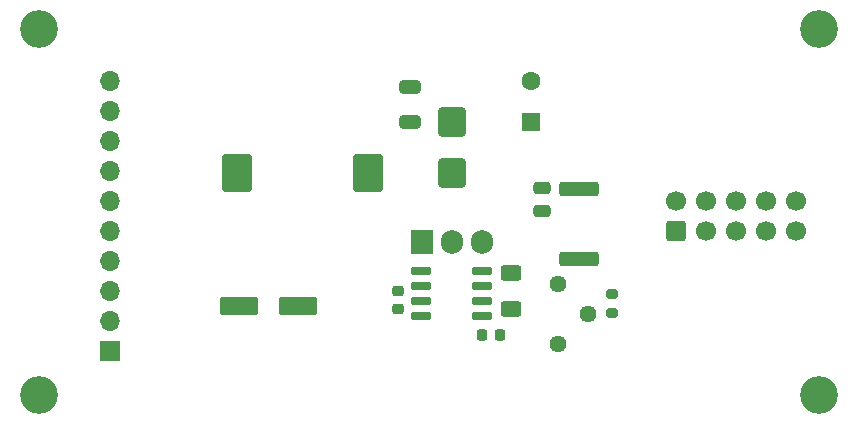
<source format=gbr>
%TF.GenerationSoftware,KiCad,Pcbnew,8.0.2*%
%TF.CreationDate,2024-05-29T18:10:03+12:00*%
%TF.ProjectId,power_supply,706f7765-725f-4737-9570-706c792e6b69,0.1.0*%
%TF.SameCoordinates,Original*%
%TF.FileFunction,Soldermask,Top*%
%TF.FilePolarity,Negative*%
%FSLAX46Y46*%
G04 Gerber Fmt 4.6, Leading zero omitted, Abs format (unit mm)*
G04 Created by KiCad (PCBNEW 8.0.2) date 2024-05-29 18:10:03*
%MOMM*%
%LPD*%
G01*
G04 APERTURE LIST*
G04 Aperture macros list*
%AMRoundRect*
0 Rectangle with rounded corners*
0 $1 Rounding radius*
0 $2 $3 $4 $5 $6 $7 $8 $9 X,Y pos of 4 corners*
0 Add a 4 corners polygon primitive as box body*
4,1,4,$2,$3,$4,$5,$6,$7,$8,$9,$2,$3,0*
0 Add four circle primitives for the rounded corners*
1,1,$1+$1,$2,$3*
1,1,$1+$1,$4,$5*
1,1,$1+$1,$6,$7*
1,1,$1+$1,$8,$9*
0 Add four rect primitives between the rounded corners*
20,1,$1+$1,$2,$3,$4,$5,0*
20,1,$1+$1,$4,$5,$6,$7,0*
20,1,$1+$1,$6,$7,$8,$9,0*
20,1,$1+$1,$8,$9,$2,$3,0*%
G04 Aperture macros list end*
%ADD10RoundRect,0.150000X-0.725000X-0.150000X0.725000X-0.150000X0.725000X0.150000X-0.725000X0.150000X0*%
%ADD11C,3.200000*%
%ADD12RoundRect,0.160000X-1.440000X0.640000X-1.440000X-0.640000X1.440000X-0.640000X1.440000X0.640000X0*%
%ADD13RoundRect,0.250000X0.650000X-0.325000X0.650000X0.325000X-0.650000X0.325000X-0.650000X-0.325000X0*%
%ADD14R,1.905000X2.000000*%
%ADD15O,1.905000X2.000000*%
%ADD16R,1.700000X1.700000*%
%ADD17O,1.700000X1.700000*%
%ADD18RoundRect,0.250000X1.425000X-0.362500X1.425000X0.362500X-1.425000X0.362500X-1.425000X-0.362500X0*%
%ADD19RoundRect,0.225000X-0.225000X-0.250000X0.225000X-0.250000X0.225000X0.250000X-0.225000X0.250000X0*%
%ADD20RoundRect,0.250000X-0.625000X0.400000X-0.625000X-0.400000X0.625000X-0.400000X0.625000X0.400000X0*%
%ADD21RoundRect,0.250000X0.475000X-0.250000X0.475000X0.250000X-0.475000X0.250000X-0.475000X-0.250000X0*%
%ADD22RoundRect,0.250000X-0.900000X1.000000X-0.900000X-1.000000X0.900000X-1.000000X0.900000X1.000000X0*%
%ADD23RoundRect,0.250000X-1.000000X-1.350000X1.000000X-1.350000X1.000000X1.350000X-1.000000X1.350000X0*%
%ADD24RoundRect,0.250000X0.600000X-0.600000X0.600000X0.600000X-0.600000X0.600000X-0.600000X-0.600000X0*%
%ADD25C,1.700000*%
%ADD26RoundRect,0.200000X0.275000X-0.200000X0.275000X0.200000X-0.275000X0.200000X-0.275000X-0.200000X0*%
%ADD27RoundRect,0.225000X-0.250000X0.225000X-0.250000X-0.225000X0.250000X-0.225000X0.250000X0.225000X0*%
%ADD28R,1.600000X1.600000*%
%ADD29C,1.600000*%
%ADD30C,1.440000*%
G04 APERTURE END LIST*
D10*
%TO.C,U1*%
X152350000Y-90540000D03*
X152350000Y-91810000D03*
X152350000Y-93080000D03*
X152350000Y-94350000D03*
X157500000Y-94350000D03*
X157500000Y-93080000D03*
X157500000Y-91810000D03*
X157500000Y-90540000D03*
%TD*%
D11*
%TO.C,H1*%
X120000000Y-70000000D03*
%TD*%
%TO.C,H2*%
X186000000Y-70000000D03*
%TD*%
D12*
%TO.C,C1*%
X136900000Y-93440000D03*
X141900000Y-93440000D03*
%TD*%
D13*
%TO.C,C5*%
X151400000Y-77915000D03*
X151400000Y-74965000D03*
%TD*%
D14*
%TO.C,Q1*%
X152385000Y-88045000D03*
D15*
X154925000Y-88045000D03*
X157465000Y-88045000D03*
%TD*%
D16*
%TO.C,J2*%
X126000000Y-97300000D03*
D17*
X126000000Y-94760000D03*
X126000000Y-92220000D03*
X126000000Y-89680000D03*
X126000000Y-87140000D03*
X126000000Y-84600000D03*
X126000000Y-82060000D03*
X126000000Y-79520000D03*
X126000000Y-76980000D03*
X126000000Y-74440000D03*
%TD*%
D18*
%TO.C,R1*%
X165660000Y-89472500D03*
X165660000Y-83547500D03*
%TD*%
D19*
%TO.C,C6*%
X157475000Y-95940000D03*
X159025000Y-95940000D03*
%TD*%
D20*
%TO.C,RS1*%
X159900000Y-90640000D03*
X159900000Y-93740000D03*
%TD*%
D11*
%TO.C,H4*%
X120000000Y-101000000D03*
%TD*%
%TO.C,H3*%
X186000000Y-101000000D03*
%TD*%
D21*
%TO.C,C3*%
X162600000Y-85390000D03*
X162600000Y-83490000D03*
%TD*%
D22*
%TO.C,D1*%
X154900000Y-77890000D03*
X154900000Y-82190000D03*
%TD*%
D23*
%TO.C,L1*%
X136700000Y-82240000D03*
X147800000Y-82240000D03*
%TD*%
D24*
%TO.C,J3*%
X173920000Y-87100000D03*
D25*
X173920000Y-84560000D03*
X176460000Y-87100000D03*
X176460000Y-84560000D03*
X179000000Y-87100000D03*
X179000000Y-84560000D03*
X181540000Y-87100000D03*
X181540000Y-84560000D03*
X184080000Y-87100000D03*
X184080000Y-84560000D03*
%TD*%
D26*
%TO.C,R2*%
X168500000Y-94065000D03*
X168500000Y-92415000D03*
%TD*%
D27*
%TO.C,C2*%
X150400000Y-92165000D03*
X150400000Y-93715000D03*
%TD*%
D28*
%TO.C,C4*%
X161600000Y-77892651D03*
D29*
X161600000Y-74392651D03*
%TD*%
D30*
%TO.C,RV1*%
X163875000Y-91565000D03*
X166415000Y-94105000D03*
X163875000Y-96645000D03*
%TD*%
M02*

</source>
